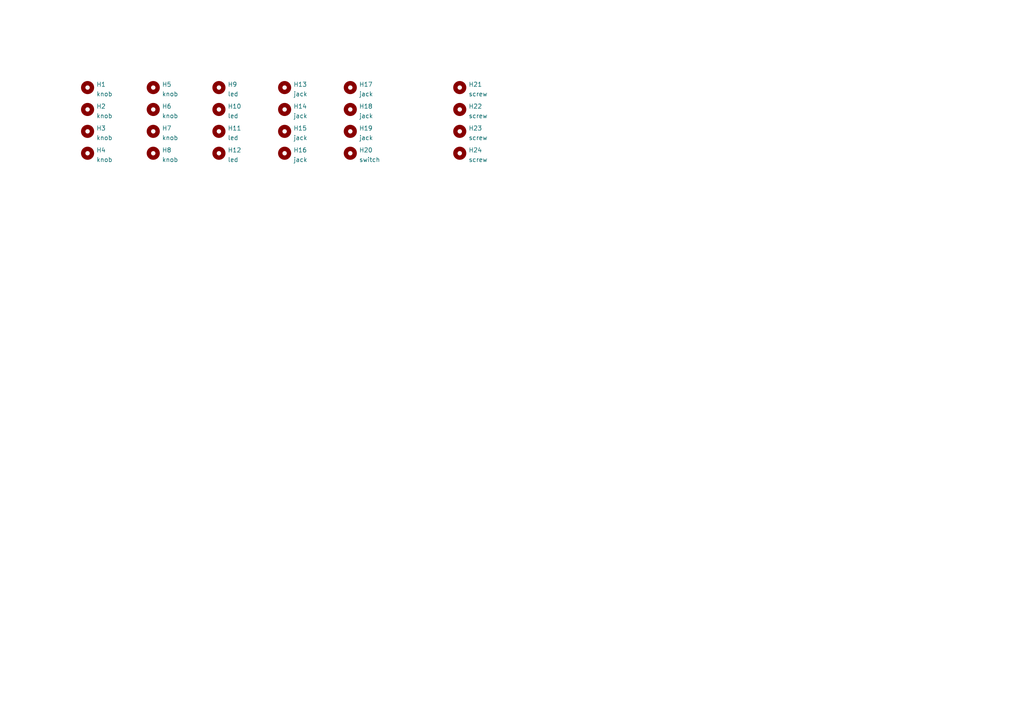
<source format=kicad_sch>
(kicad_sch (version 20211123) (generator eeschema)
  (paper "A4")
  (lib_symbols
    (symbol "Mechanical:MountingHole" (pin_names (offset 1.016))
      (property "Reference" "H" (at 0 5.08 0))
      (property "Value" "MountingHole" (at 0 3.175 0))
      (symbol "MountingHole_0_1"
        (circle (center 0 0) (radius 1.27) (stroke (width 1.27)))
      )
    )
  )
  (symbol (lib_id "Mechanical:MountingHole") (at 101.6 44.45 0) (unit 1)
    (property "Reference" "H20" (at 104.14 43.5415 0) (effects (justify left)))
    (property "Value" "switch" (at 104.14 46.3166 0) (effects (justify left)))
    (property "Footprint" "MountingHole:MountingHole_5mm" (effects hide))
  )
  (symbol (lib_id "Mechanical:MountingHole") (at 133.35 25.4 0) (unit 1)
    (property "Reference" "H21" (at 135.89 24.4915 0) (effects (justify left)))
    (property "Value" "screw" (at 135.89 27.2666 0) (effects (justify left)))
    (property "Footprint" "Custom Footprints:mountingSlot_D3.2mm_L5.5mm" (effects hide))
  )
  (symbol (lib_id "Mechanical:MountingHole") (at 101.6 31.75 0) (unit 1)
    (property "Reference" "H18" (at 104.14 30.8415 0) (effects (justify left)))
    (property "Value" "jack" (at 104.14 33.6166 0) (effects (justify left)))
    (property "Footprint" "MountingHole:MountingHole_6mm" (effects hide))
  )
  (symbol (lib_id "Mechanical:MountingHole") (at 82.55 38.1 0) (unit 1)
    (property "Reference" "H15" (at 85.09 37.1915 0) (effects (justify left)))
    (property "Value" "jack" (at 85.09 39.9666 0) (effects (justify left)))
    (property "Footprint" "MountingHole:MountingHole_6mm" (effects hide))
  )
  (symbol (lib_id "Mechanical:MountingHole") (at 82.55 44.45 0) (unit 1)
    (property "Reference" "H16" (at 85.09 43.5415 0) (effects (justify left)))
    (property "Value" "jack" (at 85.09 46.3166 0) (effects (justify left)))
    (property "Footprint" "MountingHole:MountingHole_6mm" (effects hide))
  )
  (symbol (lib_id "Mechanical:MountingHole") (at 82.55 25.4 0) (unit 1)
    (property "Reference" "H13" (at 85.09 24.4915 0) (effects (justify left)))
    (property "Value" "jack" (at 85.09 27.2666 0) (effects (justify left)))
    (property "Footprint" "MountingHole:MountingHole_6mm" (effects hide))
  )
  (symbol (lib_id "Mechanical:MountingHole") (at 25.4 44.45 0) (unit 1)
    (property "Reference" "H4" (at 27.94 43.5415 0) (effects (justify left)))
    (property "Value" "knob" (at 27.94 46.3166 0) (effects (justify left)))
    (property "Footprint" "MountingHole:MountingHole_6.5mm" (effects hide))
  )
  (symbol (lib_id "Mechanical:MountingHole") (at 63.5 38.1 0) (unit 1)
    (property "Reference" "H11" (at 66.04 37.1915 0) (effects (justify left)))
    (property "Value" "led" (at 66.04 39.9666 0) (effects (justify left)))
    (property "Footprint" "MountingHole:MountingHole_3.2mm_M3" (effects hide))
  )
  (symbol (lib_id "Mechanical:MountingHole") (at 63.5 25.4 0) (unit 1)
    (property "Reference" "H9" (at 66.04 24.4915 0) (effects (justify left)))
    (property "Value" "led" (at 66.04 27.2666 0) (effects (justify left)))
    (property "Footprint" "MountingHole:MountingHole_3.2mm_M3" (effects hide))
  )
  (symbol (lib_id "Mechanical:MountingHole") (at 44.45 25.4 0) (unit 1)
    (property "Reference" "H5" (at 46.99 24.4915 0) (effects (justify left)))
    (property "Value" "knob" (at 46.99 27.2666 0) (effects (justify left)))
    (property "Footprint" "MountingHole:MountingHole_6.5mm" (effects hide))
  )
  (symbol (lib_id "Mechanical:MountingHole") (at 63.5 44.45 0) (unit 1)
    (property "Reference" "H12" (at 66.04 43.5415 0) (effects (justify left)))
    (property "Value" "led" (at 66.04 46.3166 0) (effects (justify left)))
    (property "Footprint" "MountingHole:MountingHole_3.2mm_M3" (effects hide))
  )
  (symbol (lib_id "Mechanical:MountingHole") (at 101.6 25.4 0) (unit 1)
    (property "Reference" "H17" (at 104.14 24.4915 0) (effects (justify left)))
    (property "Value" "jack" (at 104.14 27.2666 0) (effects (justify left)))
    (property "Footprint" "MountingHole:MountingHole_6mm" (effects hide))
  )
  (symbol (lib_id "Mechanical:MountingHole") (at 133.35 38.1 0) (unit 1)
    (property "Reference" "H23" (at 135.89 37.1915 0) (effects (justify left)))
    (property "Value" "screw" (at 135.89 39.9666 0) (effects (justify left)))
    (property "Footprint" "Custom Footprints:mountingSlot_D3.2mm_L5.5mm" (effects hide))
  )
  (symbol (lib_id "Mechanical:MountingHole") (at 101.6 38.1 0) (unit 1)
    (property "Reference" "H19" (at 104.14 37.1915 0) (effects (justify left)))
    (property "Value" "jack" (at 104.14 39.9666 0) (effects (justify left)))
    (property "Footprint" "MountingHole:MountingHole_6mm" (effects hide))
  )
  (symbol (lib_id "Mechanical:MountingHole") (at 44.45 38.1 0) (unit 1)
    (property "Reference" "H7" (at 46.99 37.1915 0) (effects (justify left)))
    (property "Value" "knob" (at 46.99 39.9666 0) (effects (justify left)))
    (property "Footprint" "MountingHole:MountingHole_6.5mm" (effects hide))
  )
  (symbol (lib_id "Mechanical:MountingHole") (at 133.35 31.75 0) (unit 1)
    (property "Reference" "H22" (at 135.89 30.8415 0) (effects (justify left)))
    (property "Value" "screw" (at 135.89 33.6166 0) (effects (justify left)))
    (property "Footprint" "Custom Footprints:mountingSlot_D3.2mm_L5.5mm" (effects hide))
  )
  (symbol (lib_id "Mechanical:MountingHole") (at 133.35 44.45 0) (unit 1)
    (property "Reference" "H24" (at 135.89 43.5415 0) (effects (justify left)))
    (property "Value" "screw" (at 135.89 46.3166 0) (effects (justify left)))
    (property "Footprint" "Custom Footprints:mountingSlot_D3.2mm_L5.5mm" (effects hide))
  )
  (symbol (lib_id "Mechanical:MountingHole") (at 25.4 25.4 0) (unit 1)
    (property "Reference" "H1" (at 27.94 24.4915 0) (effects (justify left)))
    (property "Value" "knob" (at 27.94 27.2666 0) (effects (justify left)))
    (property "Footprint" "MountingHole:MountingHole_6.5mm" (effects hide))
  )
  (symbol (lib_id "Mechanical:MountingHole") (at 44.45 44.45 0) (unit 1)
    (property "Reference" "H8" (at 46.99 43.5415 0) (effects (justify left)))
    (property "Value" "knob" (at 46.99 46.3166 0) (effects (justify left)))
    (property "Footprint" "MountingHole:MountingHole_6.5mm" (effects hide))
  )
  (symbol (lib_id "Mechanical:MountingHole") (at 44.45 31.75 0) (unit 1)
    (property "Reference" "H6" (at 46.99 30.8415 0) (effects (justify left)))
    (property "Value" "knob" (at 46.99 33.6166 0) (effects (justify left)))
    (property "Footprint" "MountingHole:MountingHole_6.5mm" (effects hide))
  )
  (symbol (lib_id "Mechanical:MountingHole") (at 63.5 31.75 0) (unit 1)
    (property "Reference" "H10" (at 66.04 30.8415 0) (effects (justify left)))
    (property "Value" "led" (at 66.04 33.6166 0) (effects (justify left)))
    (property "Footprint" "MountingHole:MountingHole_3.2mm_M3" (effects hide))
  )
  (symbol (lib_id "Mechanical:MountingHole") (at 25.4 38.1 0) (unit 1)
    (property "Reference" "H3" (at 27.94 37.1915 0) (effects (justify left)))
    (property "Value" "knob" (at 27.94 39.9666 0) (effects (justify left)))
    (property "Footprint" "MountingHole:MountingHole_6.5mm" (effects hide))
  )
  (symbol (lib_id "Mechanical:MountingHole") (at 25.4 31.75 0) (unit 1)
    (property "Reference" "H2" (at 27.94 30.8415 0) (effects (justify left)))
    (property "Value" "knob" (at 27.94 33.6166 0) (effects (justify left)))
    (property "Footprint" "MountingHole:MountingHole_6.5mm" (effects hide))
  )
  (symbol (lib_id "Mechanical:MountingHole") (at 82.55 31.75 0) (unit 1)
    (property "Reference" "H14" (at 85.09 30.8415 0) (effects (justify left)))
    (property "Value" "jack" (at 85.09 33.6166 0) (effects (justify left)))
    (property "Footprint" "MountingHole:MountingHole_6mm" (effects hide))
  )
)
</source>
